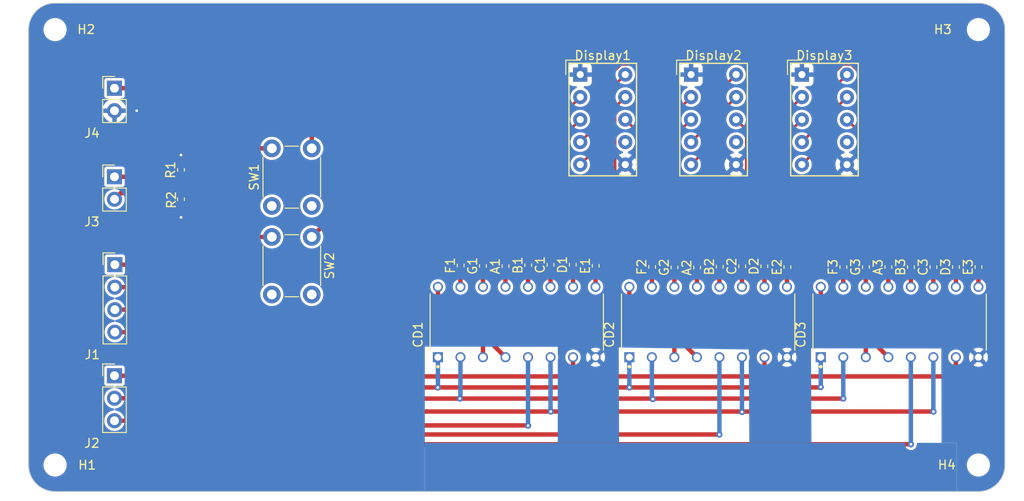
<source format=kicad_pcb>
(kicad_pcb (version 20221018) (generator pcbnew)
  (layers (0 "F.Cu" signal) (31 "B.Cu" power) (34 "B.Paste" user) (35 "F.Paste" user) (36 "B.SilkS" user "B.Silkscreen") (37 "F.SilkS" user "F.Silkscreen") (38 "B.Mask" user) (39 "F.Mask" user) (44 "Edge.Cuts" user))
  (net 0 "")
  (net 1 "GND")
  (net 2 "Net-(Display1-F)")
  (net 3 "Net-(Display1-G)")
  (net 4 "Net-(Display1-E)")
  (net 5 "Net-(Display1-D)")
  (net 7 "Net-(Display1-C)")
  (net 8 "Net-(Display1-B)")
  (net 9 "Net-(Display1-A)")
  (net 10 "Net-(Display2-F)")
  (net 11 "Net-(Display2-G)")
  (net 12 "Net-(Display2-E)")
  (net 13 "Net-(Display2-D)")
  (net 15 "Net-(Display2-C)")
  (net 16 "Net-(Display2-B)")
  (net 17 "Net-(Display2-A)")
  (net 18 "Net-(Display3-F)")
  (net 19 "Net-(Display3-G)")
  (net 20 "Net-(Display3-E)")
  (net 21 "Net-(Display3-D)")
  (net 23 "Net-(Display3-C)")
  (net 24 "Net-(Display3-B)")
  (net 25 "Net-(Display3-A)")
  (net 26 "Net-(CD1-Qa)")
  (net 27 "Net-(CD2-Qa)")
  (net 28 "Net-(CD3-Qa)")
  (net 29 "Net-(CD1-Qb)")
  (net 30 "Net-(CD2-Qb)")
  (net 31 "Net-(CD3-Qb)")
  (net 32 "Net-(CD1-Qc)")
  (net 33 "Net-(CD2-Qc)")
  (net 34 "Net-(CD3-Qc)")
  (net 35 "Net-(CD1-DB)")
  (net 36 "Net-(CD1-DC)")
  (net 37 "+5V")
  (net 38 "Net-(CD1-~{EL})")
  (net 39 "Net-(CD1-DD)")
  (net 40 "Net-(CD1-DA)")
  (net 41 "Net-(CD1-Qe)")
  (net 42 "Net-(CD1-Qd)")
  (net 43 "Net-(CD1-Qg)")
  (net 44 "Net-(CD1-Qf)")
  (net 45 "Net-(CD2-~{EL})")
  (net 46 "Net-(CD2-Qe)")
  (net 47 "Net-(CD2-Qd)")
  (net 48 "Net-(CD2-Qg)")
  (net 49 "Net-(CD2-Qf)")
  (net 50 "Net-(CD3-~{EL})")
  (net 51 "Net-(CD3-Qe)")
  (net 52 "Net-(CD3-Qd)")
  (net 53 "Net-(CD3-Qg)")
  (net 54 "Net-(CD3-Qf)")
  (net 55 "Net-(J3-Pin_1)")
  (net 56 "Net-(J3-Pin_2)")
  (footprint "MountingHole:MountingHole_2.1mm" (layer "F.Cu") (at 154.94 53.34)
    (fp_text reference "H3")
    (fp_text value "MountingHole")
  )
  (footprint "Resistor_SMD:R_0402_1005Metric" (layer "F.Cu") (at 99.056118 80.027042 90)
    (fp_text reference "G1")
    (fp_text value "510Ω")
  )
  (footprint "Resistor_SMD:R_0402_1005Metric" (layer "F.Cu") (at 106.679181 79.897801 90)
    (fp_text reference "C1")
    (fp_text value "510Ω")
  )
  (footprint "Button_Switch_THT:SW_PUSH_6mm" (layer "F.Cu") (at 79.75 76.75 -90)
    (fp_text reference "SW2")
    (fp_text value "SW_Push")
  )
  (footprint "Connector_PinHeader_2.54mm:PinHeader_1x02_P2.54mm_Vertical" (layer "F.Cu") (at 57.5 69.96)
    (fp_text reference "J3")
    (fp_text value "Buttons1&2")
  )
  (footprint "Resistor_SMD:R_0402_1005Metric" (layer "F.Cu") (at 65 72.5 -90)
    (fp_text reference "R2")
    (fp_text value "10kΩ")
  )
  (footprint "CD4511BE_2:DIP794W45P254L1969H508Q16" (layer "F.Cu") (at 102.87 86.36 90)
    (fp_text reference "CD1")
    (fp_text value "4511")
  )
  (footprint "Display_7Segment:HDSP-7401" (layer "F.Cu") (at 110.0325 58.42)
    (fp_text reference "Display1")
    (fp_text value "HDSP-7403")
  )
  (footprint "Resistor_SMD:R_0402_1005Metric" (layer "F.Cu") (at 125.767425 80.109603 90)
    (fp_text reference "B2")
    (fp_text value "510Ω")
  )
  (footprint "Resistor_SMD:R_0402_1005Metric" (layer "F.Cu") (at 104.163846 79.938978 90)
    (fp_text reference "B1")
    (fp_text value "510Ω")
  )
  (footprint "Connector_PinHeader_2.54mm:PinHeader_1x02_P2.54mm_Vertical" (layer "F.Cu") (at 57.5 59.96)
    (fp_text reference "J4")
    (fp_text value "~")
  )
  (footprint "Display_7Segment:HDSP-7401" (layer "F.Cu") (at 135.0325 58.42)
    (fp_text reference "Display3")
    (fp_text value "HDSP-7403")
  )
  (footprint "Resistor_SMD:R_0402_1005Metric" (layer "F.Cu") (at 144.788373 80.152536 90)
    (fp_text reference "A3")
    (fp_text value "510Ω")
  )
  (footprint "Resistor_SMD:R_0402_1005Metric" (layer "F.Cu") (at 149.868373 80.152536 90)
    (fp_text reference "C3")
    (fp_text value "510Ω")
  )
  (footprint "Resistor_SMD:R_0402_1005Metric" (layer "F.Cu") (at 65 69.177851 90)
    (fp_text reference "R1")
    (fp_text value "10kΩ")
  )
  (footprint "CD4511BE_2:DIP794W45P254L1969H508Q16" (layer "F.Cu") (at 124.46 86.36 90)
    (fp_text reference "CD2")
    (fp_text value "4511")
  )
  (footprint "MountingHole:MountingHole_2.1mm" (layer "F.Cu") (at 50.8 102.5)
    (fp_text reference "H1")
    (fp_text value "MountingHole")
  )
  (footprint "Resistor_SMD:R_0402_1005Metric" (layer "F.Cu") (at 118.138857 80.134371 90)
    (fp_text reference "F2")
    (fp_text value "510Ω")
  )
  (footprint "MountingHole:MountingHole_2.1mm" (layer "F.Cu") (at 50.8 53.34)
    (fp_text reference "H2")
    (fp_text value "MountingHole")
  )
  (footprint "Resistor_SMD:R_0402_1005Metric" (layer "F.Cu") (at 139.708373 80.152536 90)
    (fp_text reference "F3")
    (fp_text value "510Ω")
  )
  (footprint "Display_7Segment:HDSP-7401" (layer "F.Cu") (at 122.5325 58.42)
    (fp_text reference "Display2")
    (fp_text value "HDSP-7403")
  )
  (footprint "Resistor_SMD:R_0402_1005Metric" (layer "F.Cu") (at 142.248373 80.152536 90)
    (fp_text reference "G3")
    (fp_text value "510Ω")
  )
  (footprint "Connector_PinHeader_2.54mm:PinHeader_1x04_P2.54mm_Vertical" (layer "F.Cu") (at 57.54 79.88)
    (fp_text reference "J1")
    (fp_text value "Display bits")
  )
  (footprint "MountingHole:MountingHole_2.1mm" (layer "F.Cu") (at 154.94 102.5)
    (fp_text reference "H4")
    (fp_text value "MountingHole")
  )
  (footprint "Resistor_SMD:R_0402_1005Metric" (layer "F.Cu") (at 96.546286 79.975749 90)
    (fp_text reference "F1")
    (fp_text value "510Ω")
  )
  (footprint "Resistor_SMD:R_0402_1005Metric" (layer "F.Cu") (at 133.395992 80.159139 90)
    (fp_text reference "E2")
    (fp_text value "510Ω")
  )
  (footprint "Resistor_SMD:R_0402_1005Metric" (layer "F.Cu") (at 130.795344 80.060067 90)
    (fp_text reference "D2")
    (fp_text value "510Ω")
  )
  (footprint "Connector_PinHeader_2.54mm:PinHeader_1x03_P2.54mm_Vertical" (layer "F.Cu") (at 57.5 92.42)
    (fp_text reference "J2")
    (fp_text value "Display Locks")
  )
  (footprint "Resistor_SMD:R_0402_1005Metric" (layer "F.Cu") (at 109.188805 79.887685 90)
    (fp_text reference "D1")
    (fp_text value "510Ω")
  )
  (footprint "Resistor_SMD:R_0402_1005Metric" (layer "F.Cu") (at 123.216313 80.208675 90)
    (fp_text reference "A2")
    (fp_text value "510Ω")
  )
  (footprint "Resistor_SMD:R_0402_1005Metric" (layer "F.Cu") (at 120.665201 80.183907 90)
    (fp_text reference "G2")
    (fp_text value "510Ω")
  )
  (footprint "Resistor_SMD:R_0402_1005Metric" (layer "F.Cu") (at 147.328373 80.152536 90)
    (fp_text reference "B3")
    (fp_text value "510Ω")
  )
  (footprint "Resistor_SMD:R_0402_1005Metric" (layer "F.Cu") (at 152.408373 80.152536 90)
    (fp_text reference "D3")
    (fp_text value "510Ω")
  )
  (footprint "Button_Switch_THT:SW_PUSH_6mm" (layer "F.Cu") (at 75.25 73.25 90)
    (fp_text reference "SW1")
    (fp_text value "SW_Push")
  )
  (footprint "CD4511BE_2:DIP794W45P254L1969H508Q16" (layer "F.Cu") (at 146.05 86.36 90)
    (fp_text reference "CD3")
    (fp_text value "4511")
  )
  (footprint "Resistor_SMD:R_0402_1005Metric" (layer "F.Cu") (at 101.609982 80.049058 90)
    (fp_text reference "A1")
    (fp_text value "510Ω")
  )
  (footprint "Resistor_SMD:R_0402_1005Metric" (layer "F.Cu") (at 154.948373 80.152536 90)
    (fp_text reference "E3")
    (fp_text value "510Ω")
  )
  (footprint "Resistor_SMD:R_0402_1005Metric" (layer "F.Cu") (at 128.293769 80.060067 90)
    (fp_text reference "C2")
    (fp_text value "510Ω")
  )
  (footprint "Resistor_SMD:R_0402_1005Metric" (layer "F.Cu") (at 111.773461 80.01053 90)
    (fp_text reference "E1")
    (fp_text value "510Ω")
  )
  (gr_arc (start 157.94 102.5) (mid 157.06132 104.62132) (end 154.94 105.5) (stroke (width 0.1)) (layer "Edge.Cuts"))
  (gr_line (start 157.94 53.34) (end 157.94 102.5) (stroke (width 0.1)) (layer "Edge.Cuts"))
  (gr_line (start 50.8 105.5) (end 154.94 105.5) (stroke (width 0.1)) (layer "Edge.Cuts"))
  (gr_arc (start 47.8 53.34) (mid 48.67868 51.21868) (end 50.8 50.34) (stroke (width 0.1)) (layer "Edge.Cuts"))
  (gr_line (start 47.8 102.5) (end 47.8 53.34) (stroke (width 0.1)) (layer "Edge.Cuts"))
  (gr_arc (start 50.8 105.5) (mid 48.67868 104.62132) (end 47.8 102.5) (stroke (width 0.1)) (layer "Edge.Cuts"))
  (gr_line (start 154.94 50.34) (end 50.8 50.34) (stroke (width 0.1)) (layer "Edge.Cuts"))
  (gr_arc (start 154.94 50.34) (mid 157.06132 51.21868) (end 157.94 53.34) (stroke (width 0.1)) (layer "Edge.Cuts"))
  (segment (start 65 73.01) (end 65 74.535364) (width 0.5) (layer "F.Cu") (net 1))
  (segment (start 65 74.535364) (end 65.012906 74.54827) (width 0.5) (layer "F.Cu") (net 1))
  (segment (start 65 68.667851) (end 65 67.5) (width 0.5) (layer "F.Cu") (net 1))
  (segment (start 57.5 62.5) (end 60 62.5) (width 0.5) (layer "F.Cu") (net 1))
  (via (at 60 62.5) (size 0.7) (drill 0.3) (layers "F.Cu" "B.Cu") (net 1))
  (via (at 65.012906 74.54827) (size 0.7) (drill 0.3) (layers "F.Cu" "B.Cu") (net 1))
  (via (at 65 67.5) (size 0.7) (drill 0.3) (layers "F.Cu" "B.Cu") (net 1))
  (segment (start 96.546286 79.465749) (end 105 71.012036) (width 0.3) (layer "F.Cu") (net 2))
  (segment (start 105 71.012036) (end 105 65.9925) (width 0.3) (layer "F.Cu") (net 2))
  (segment (start 105 65.9925) (end 110.0325 60.96) (width 0.3) (layer "F.Cu") (net 2))
  (segment (start 107.5 71.07316) (end 107.5 66.0325) (width 0.3) (layer "F.Cu") (net 3))
  (segment (start 107.5 66.0325) (end 110.0325 63.5) (width 0.3) (layer "F.Cu") (net 3))
  (segment (start 99.056118 79.517042) (end 107.5 71.07316) (width 0.3) (layer "F.Cu") (net 3))
  (segment (start 111.773461 79.50053) (end 118 73.273991) (width 0.3) (layer "F.Cu") (net 4))
  (segment (start 112.400193 63.672307) (end 110.0325 66.04) (width 0.3) (layer "F.Cu") (net 4))
  (segment (start 117.31826 56.77) (end 113.23 56.77) (width 0.3) (layer "F.Cu") (net 4))
  (segment (start 112.400193 57.599807) (end 112.400193 63.672307) (width 0.3) (layer "F.Cu") (net 4))
  (segment (start 118 73.273991) (end 118 57.451739) (width 0.3) (layer "F.Cu") (net 4))
  (segment (start 118 57.451739) (end 117.31826 56.77) (width 0.3) (layer "F.Cu") (net 4))
  (segment (start 113.23 56.77) (end 112.400193 57.599807) (width 0.3) (layer "F.Cu") (net 4))
  (segment (start 112.900193 59.005961) (end 112.900193 65.712307) (width 0.3) (layer "F.Cu") (net 5))
  (segment (start 117.5 71.438924) (end 117.5 57.658846) (width 0.3) (layer "F.Cu") (net 5))
  (segment (start 109.188805 79.377685) (end 109.561239 79.377685) (width 0.3) (layer "F.Cu") (net 5))
  (segment (start 117.111154 57.27) (end 114.636154 57.27) (width 0.3) (layer "F.Cu") (net 5))
  (segment (start 117.5 57.658846) (end 117.111154 57.27) (width 0.3) (layer "F.Cu") (net 5))
  (segment (start 114.636154 57.27) (end 112.900193 59.005961) (width 0.3) (layer "F.Cu") (net 5))
  (segment (start 109.561239 79.377685) (end 117.5 71.438924) (width 0.3) (layer "F.Cu") (net 5))
  (segment (start 112.900193 65.712307) (end 110.0325 68.58) (width 0.3) (layer "F.Cu") (net 5))
  (segment (start 116.471754 64.859254) (end 115.1125 63.5) (width 0.3) (layer "F.Cu") (net 7))
  (segment (start 116.471754 71.760064) (end 116.471754 64.859254) (width 0.3) (layer "F.Cu") (net 7))
  (segment (start 115.419015 72.812803) (end 116.471754 71.760064) (width 0.3) (layer "F.Cu") (net 7))
  (segment (start 113.254179 72.812803) (end 115.419015 72.812803) (width 0.3) (layer "F.Cu") (net 7))
  (segment (start 106.679181 79.387801) (end 113.254179 72.812803) (width 0.3) (layer "F.Cu") (net 7))
  (segment (start 113.9625 62.11) (end 115.1125 60.96) (width 0.3) (layer "F.Cu") (net 8))
  (segment (start 113.9625 69.630324) (end 113.9625 62.11) (width 0.3) (layer "F.Cu") (net 8))
  (segment (start 104.163846 79.428978) (end 113.9625 69.630324) (width 0.3) (layer "F.Cu") (net 8))
  (segment (start 101.609982 79.539058) (end 113.4625 67.68654) (width 0.3) (layer "F.Cu") (net 9))
  (segment (start 113.4625 67.68654) (end 113.4625 60.07) (width 0.3) (layer "F.Cu") (net 9))
  (segment (start 113.4625 60.07) (end 115.1125 58.42) (width 0.3) (layer "F.Cu") (net 9))
  (segment (start 118.138857 79.624371) (end 120 77.763228) (width 0.3) (layer "F.Cu") (net 10))
  (segment (start 122.5325 60.96) (end 120 63.4925) (width 0.3) (layer "F.Cu") (net 10))
  (segment (start 120 63.4925) (end 120 77.763228) (width 0.3) (layer "F.Cu") (net 10))
  (segment (start 120.665201 65.367299) (end 122.5325 63.5) (width 0.3) (layer "F.Cu") (net 11))
  (segment (start 120.665201 79.673907) (end 120.665201 65.367299) (width 0.3) (layer "F.Cu") (net 11))
  (segment (start 124.534319 64.038181) (end 122.5325 66.04) (width 0.3) (layer "F.Cu") (net 12))
  (segment (start 133.395992 79.649139) (end 129.822475 76.075622) (width 0.3) (layer "F.Cu") (net 12))
  (segment (start 129.822475 76.075622) (end 129.822475 56.615368) (width 0.3) (layer "F.Cu") (net 12))
  (segment (start 125.470419 56.322475) (end 124.534319 57.258575) (width 0.3) (layer "F.Cu") (net 12))
  (segment (start 124.534319 57.258575) (end 124.534319 64.038181) (width 0.3) (layer "F.Cu") (net 12))
  (segment (start 129.822475 56.615368) (end 129.529582 56.322475) (width 0.3) (layer "F.Cu") (net 12))
  (segment (start 129.529582 56.322475) (end 125.470419 56.322475) (width 0.3) (layer "F.Cu") (net 12))
  (segment (start 125.774143 56.822475) (end 125.096618 57.5) (width 0.3) (layer "F.Cu") (net 13))
  (segment (start 129.322475 56.822475) (end 125.774143 56.822475) (width 0.3) (layer "F.Cu") (net 13))
  (segment (start 122.5325 68.58) (end 125.096618 66.015882) (width 0.3) (layer "F.Cu") (net 13))
  (segment (start 125.096618 66.015882) (end 125.096618 57.5) (width 0.3) (layer "F.Cu") (net 13))
  (segment (start 125.096618 57.5) (end 125.096618 57.403382) (width 0.3) (layer "F.Cu") (net 13))
  (segment (start 130.795344 79.550067) (end 129.322475 78.077198) (width 0.3) (layer "F.Cu") (net 13))
  (segment (start 129.322475 78.077198) (end 129.322475 56.822475) (width 0.3) (layer "F.Cu") (net 13))
  (segment (start 128.7625 64.65) (end 127.6125 63.5) (width 0.3) (layer "F.Cu") (net 15))
  (segment (start 128.293769 79.550067) (end 128.7625 79.081336) (width 0.3) (layer "F.Cu") (net 15))
  (segment (start 128.7625 79.081336) (end 128.7625 64.65) (width 0.3) (layer "F.Cu") (net 15))
  (segment (start 126.122654 77.499441) (end 126.122654 62.449846) (width 0.3) (layer "F.Cu") (net 16))
  (segment (start 125.767425 77.854669) (end 126.122654 77.499441) (width 0.3) (layer "F.Cu") (net 16))
  (segment (start 126.122654 62.449846) (end 127.6125 60.96) (width 0.3) (layer "F.Cu") (net 16))
  (segment (start 125.767425 79.599603) (end 125.767425 77.854669) (width 0.3) (layer "F.Cu") (net 16))
  (segment (start 125.622654 60.409846) (end 125.622654 77.292334) (width 0.3) (layer "F.Cu") (net 17))
  (segment (start 127.6125 58.42) (end 125.622654 60.409846) (width 0.3) (layer "F.Cu") (net 17))
  (segment (start 125.622654 77.292334) (end 123.216313 79.698675) (width 0.3) (layer "F.Cu") (net 17))
  (segment (start 137.565837 77.5) (end 135 77.5) (width 0.3) (layer "F.Cu") (net 18))
  (segment (start 132.856128 63.136372) (end 132.856128 75.356129) (width 0.3) (layer "F.Cu") (net 18))
  (segment (start 132.856128 75.356129) (end 135 77.5) (width 0.3) (layer "F.Cu") (net 18))
  (segment (start 139.708373 79.642536) (end 137.565837 77.5) (width 0.3) (layer "F.Cu") (net 18))
  (segment (start 135.0325 60.96) (end 132.856128 63.136372) (width 0.3) (layer "F.Cu") (net 18))
  (segment (start 133.356128 75.149022) (end 133.356128 65.176372) (width 0.3) (layer "F.Cu") (net 19))
  (segment (start 133.356128 65.176372) (end 135.0325 63.5) (width 0.3) (layer "F.Cu") (net 19))
  (segment (start 142.248373 79.642536) (end 139.440241 76.834404) (width 0.3) (layer "F.Cu") (net 19))
  (segment (start 135.04151 76.834404) (end 133.356128 75.149022) (width 0.3) (layer "F.Cu") (net 19))
  (segment (start 139.440241 76.834404) (end 135.04151 76.834404) (width 0.3) (layer "F.Cu") (net 19))
  (segment (start 139.429048 56.77) (end 136.97557 59.223478) (width 0.3) (layer "F.Cu") (net 20))
  (segment (start 143.207106 59.181154) (end 140.795952 56.77) (width 0.3) (layer "F.Cu") (net 20))
  (segment (start 140.795952 56.77) (end 139.429048 56.77) (width 0.3) (layer "F.Cu") (net 20))
  (segment (start 136.97557 64.09693) (end 136.97557 62.5) (width 0.3) (layer "F.Cu") (net 20))
  (segment (start 152.908373 74.701267) (end 143.207106 65) (width 0.3) (layer "F.Cu") (net 20))
  (segment (start 135.0325 66.04) (end 136.97557 64.09693) (width 0.3) (layer "F.Cu") (net 20))
  (segment (start 154.948373 79.642536) (end 152.908373 77.602536) (width 0.3) (layer "F.Cu") (net 20))
  (segment (start 136.97557 59.223478) (end 136.97557 62.5) (width 0.3) (layer "F.Cu") (net 20))
  (segment (start 152.908373 77.602536) (end 152.908373 74.701267) (width 0.3) (layer "F.Cu") (net 20))
  (segment (start 143.207106 65) (end 143.207106 59.181154) (width 0.3) (layer "F.Cu") (net 20))
  (segment (start 137.47557 59.430584) (end 137.47557 65) (width 0.3) (layer "F.Cu") (net 21))
  (segment (start 142.5 59.181154) (end 140.588846 57.27) (width 0.3) (layer "F.Cu") (net 21))
  (segment (start 152.408373 74.908373) (end 142.5 65) (width 0.3) (layer "F.Cu") (net 21))
  (segment (start 139.636154 57.27) (end 137.47557 59.430584) (width 0.3) (layer "F.Cu") (net 21))
  (segment (start 137.47557 66.13693) (end 137.47557 65) (width 0.3) (layer "F.Cu") (net 21))
  (segment (start 152.408373 79.642536) (end 152.408373 74.908373) (width 0.3) (layer "F.Cu") (net 21))
  (segment (start 140.588846 57.27) (end 139.636154 57.27) (width 0.3) (layer "F.Cu") (net 21))
  (segment (start 142.5 65) (end 142.5 59.181154) (width 0.3) (layer "F.Cu") (net 21))
  (segment (start 135.0325 68.58) (end 137.47557 66.13693) (width 0.3) (layer "F.Cu") (net 21))
  (segment (start 149.868373 79.642536) (end 149.868373 73.255873) (width 0.3) (layer "F.Cu") (net 23))
  (segment (start 149.868373 73.255873) (end 140.1125 63.5) (width 0.3) (layer "F.Cu") (net 23))
  (segment (start 140.789367 73.10353) (end 138.928562 73.10353) (width 0.3) (layer "F.Cu") (net 24))
  (segment (start 138.47557 62.59693) (end 140.1125 60.96) (width 0.3) (layer "F.Cu") (net 24))
  (segment (start 138.47557 72.650538) (end 138.47557 62.59693) (width 0.3) (layer "F.Cu") (net 24))
  (segment (start 147.328373 79.642536) (end 140.789367 73.10353) (width 0.3) (layer "F.Cu") (net 24))
  (segment (start 138.928562 73.10353) (end 138.47557 72.650538) (width 0.3) (layer "F.Cu") (net 24))
  (segment (start 140.1125 58.42) (end 137.97557 60.55693) (width 0.3) (layer "F.Cu") (net 25))
  (segment (start 137.97557 60.55693) (end 137.97557 72.857645) (width 0.3) (layer "F.Cu") (net 25))
  (segment (start 137.97557 72.857645) (end 140.117925 75) (width 0.3) (layer "F.Cu") (net 25))
  (segment (start 140.117925 75) (end 140.145837 75) (width 0.3) (layer "F.Cu") (net 25))
  (segment (start 144.788373 79.642536) (end 140.145837 75) (width 0.3) (layer "F.Cu") (net 25))
  (segment (start 101.6 80.56904) (end 101.609982 80.559058) (width 0.5) (layer "F.Cu") (net 26))
  (segment (start 101.6 82.39) (end 101.6 80.56904) (width 0.5) (layer "F.Cu") (net 26))
  (segment (start 123.19 80.744988) (end 123.216313 80.718675) (width 0.5) (layer "F.Cu") (net 27))
  (segment (start 123.19 82.39) (end 123.19 80.744988) (width 0.5) (layer "F.Cu") (net 27))
  (segment (start 144.78 80.670909) (end 144.788373 80.662536) (width 0.5) (layer "F.Cu") (net 28))
  (segment (start 144.78 82.39) (end 144.78 80.670909) (width 0.5) (layer "F.Cu") (net 28))
  (segment (start 104.14 80.472824) (end 104.163846 80.448978) (width 0.5) (layer "F.Cu") (net 29))
  (segment (start 104.14 82.39) (end 104.14 80.472824) (width 0.5) (layer "F.Cu") (net 29))
  (segment (start 125.73 80.657028) (end 125.767425 80.619603) (width 0.5) (layer "F.Cu") (net 30))
  (segment (start 125.73 82.39) (end 125.73 80.657028) (width 0.5) (layer "F.Cu") (net 30))
  (segment (start 147.32 82.39) (end 147.32 80.670909) (width 0.5) (layer "F.Cu") (net 31))
  (segment (start 147.32 80.670909) (end 147.328373 80.662536) (width 0.5) (layer "F.Cu") (net 31))
  (segment (start 106.68 82.39) (end 106.68 80.40862) (width 0.5) (layer "F.Cu") (net 32))
  (segment (start 106.68 80.40862) (end 106.679181 80.407801) (width 0.5) (layer "F.Cu") (net 32))
  (segment (start 128.27 80.593836) (end 128.293769 80.570067) (width 0.5) (layer "F.Cu") (net 33))
  (segment (start 128.27 82.39) (end 128.27 80.593836) (width 0.5) (layer "F.Cu") (net 33))
  (segment (start 149.86 80.670909) (end 149.868373 80.662536) (width 0.5) (layer "F.Cu") (net 34))
  (segment (start 149.86 82.39) (end 149.86 80.670909) (width 0.5) (layer "F.Cu") (net 34))
  (segment (start 115.586613 93.740959) (end 137.110872 93.740959) (width 0.5) (layer "F.Cu") (net 35))
  (segment (start 92.595494 93.740959) (end 93.960371 93.740959) (width 0.5) (layer "F.Cu") (net 35))
  (segment (start 93.960371 93.740959) (end 93.967476 93.748064) (width 0.5) (layer "F.Cu") (net 35))
  (segment (start 73.740959 93.740959) (end 62.42 82.42) (width 0.5) (layer "F.Cu") (net 35))
  (segment (start 115.584682 93.739028) (end 115.586613 93.740959) (width 0.5) (layer "F.Cu") (net 35))
  (segment (start 137.110872 93.740959) (end 137.151523 93.700308) (width 0.5) (layer "F.Cu") (net 35))
  (segment (start 93.967476 93.748064) (end 93.974581 93.740959) (width 0.5) (layer "F.Cu") (net 35))
  (segment (start 92.595494 93.740959) (end 73.740959 93.740959) (width 0.5) (layer "F.Cu") (net 35))
  (segment (start 62.42 82.42) (end 57.54 82.42) (width 0.5) (layer "F.Cu") (net 35))
  (segment (start 93.974581 93.740959) (end 115.582751 93.740959) (width 0.5) (layer "F.Cu") (net 35))
  (segment (start 137.151523 93.700308) (end 137.192174 93.740959) (width 0.5) (layer "F.Cu") (net 35))
  (segment (start 115.582751 93.740959) (end 115.584682 93.739028) (width 0.5) (layer "F.Cu") (net 35))
  (via (at 115.584682 93.739028) (size 0.7) (drill 0.3) (layers "F.Cu" "B.Cu") (net 35))
  (via (at 137.151523 93.700308) (size 0.7) (drill 0.3) (layers "F.Cu" "B.Cu") (net 35))
  (via (at 93.967476 93.748064) (size 0.7) (drill 0.3) (layers "F.Cu" "B.Cu") (net 35))
  (segment (start 137.16 90.33) (end 137.16 93.691831) (width 0.5) (layer "B.Cu") (net 35))
  (segment (start 137.16 93.691831) (end 137.151523 93.700308) (width 0.5) (layer "B.Cu") (net 35))
  (segment (start 115.57 90.33) (end 115.57 93.724346) (width 0.5) (layer "B.Cu") (net 35))
  (segment (start 93.98 90.33) (end 93.98 93.73554) (width 0.5) (layer "B.Cu") (net 35))
  (segment (start 115.57 93.724346) (end 115.584682 93.739028) (width 0.5) (layer "B.Cu") (net 35))
  (segment (start 93.98 93.73554) (end 93.967476 93.748064) (width 0.5) (layer "B.Cu") (net 35))
  (segment (start 62.5 85) (end 72.5 95) (width 0.5) (layer "F.Cu") (net 36))
  (segment (start 92.5 95) (end 96.451985 95) (width 0.5) (layer "F.Cu") (net 36))
  (segment (start 118.159512 95) (end 118.215008 95.055496) (width 0.5) (layer "F.Cu") (net 36))
  (segment (start 118.215008 95.055496) (end 118.270504 95) (width 0.5) (layer "F.Cu") (net 36))
  (segment (start 139.701826 95) (end 139.70441 94.997416) (width 0.5) (layer "F.Cu") (net 36))
  (segment (start 57.54 84.96) (end 62.46 84.96) (width 0.5) (layer "F.Cu") (net 36))
  (segment (start 96.457153 95) (end 118.159512 95) (width 0.5) (layer "F.Cu") (net 36))
  (segment (start 118.270504 95) (end 139.701826 95) (width 0.5) (layer "F.Cu") (net 36))
  (segment (start 139.70441 94.997416) (end 139.706994 95) (width 0.5) (layer "F.Cu") (net 36))
  (segment (start 72.5 95) (end 92.5 95) (width 0.5) (layer "F.Cu") (net 36))
  (segment (start 62.46 84.96) (end 62.5 85) (width 0.5) (layer "F.Cu") (net 36))
  (segment (start 96.454569 94.997416) (end 96.457153 95) (width 0.5) (layer "F.Cu") (net 36))
  (segment (start 96.451985 95) (end 96.454569 94.997416) (width 0.5) (layer "F.Cu") (net 36))
  (via (at 96.454569 94.997416) (size 0.7) (drill 0.3) (layers "F.Cu" "B.Cu") (net 36))
  (via (at 139.70441 94.997416) (size 0.7) (drill 0.3) (layers "F.Cu" "B.Cu") (net 36))
  (via (at 118.215008 95.055496) (size 0.7) (drill 0.3) (layers "F.Cu" "B.Cu") (net 36))
  (segment (start 139.7 90.33) (end 139.7 94.993006) (width 0.5) (layer "B.Cu") (net 36))
  (segment (start 118.11 94.950488) (end 118.215008 95.055496) (width 0.5) (layer "B.Cu") (net 36))
  (segment (start 96.52 94.931985) (end 96.454569 94.997416) (width 0.5) (layer "B.Cu") (net 36))
  (segment (start 139.7 94.993006) (end 139.70441 94.997416) (width 0.5) (layer "B.Cu") (net 36))
  (segment (start 96.52 90.33) (end 96.52 94.931985) (width 0.5) (layer "B.Cu") (net 36))
  (segment (start 118.11 90.33) (end 118.11 94.950488) (width 0.5) (layer "B.Cu") (net 36))
  (segment (start 82.5 75) (end 92.5 85) (width 0.5) (layer "F.Cu") (net 37))
  (segment (start 93.993575 85) (end 92.5 85) (width 0.5) (layer "F.Cu") (net 37))
  (segment (start 98.135 86.865) (end 96.27 85) (width 0.5) (layer "F.Cu") (net 37))
  (segment (start 79.75 62.5) (end 77.21 59.96) (width 0.5) (layer "F.Cu") (net 37))
  (segment (start 110 85) (end 100 85) (width 0.5) (layer "F.Cu") (net 37))
  (segment (start 137.16 82.39) (end 137.16 84.984449) (width 0.5) (layer "F.Cu") (net 37))
  (segment (start 142.24 87.79) (end 142.225 87.775) (width 0.5) (layer "F.Cu") (net 37))
  (segment (start 115.57 84.987743) (end 115.582257 85) (width 0.5) (layer "F.Cu") (net 37))
  (segment (start 93.98 84.986425) (end 93.993575 85) (width 0.5) (layer "F.Cu") (net 37))
  (segment (start 96.27 85) (end 95 85) (width 0.5) (layer "F.Cu") (net 37))
  (segment (start 134.55 85) (end 115 85) (width 0.5) (layer "F.Cu") (net 37))
  (segment (start 99.06 90.33) (end 99.06 87.79) (width 0.5) (layer "F.Cu") (net 37))
  (segment (start 142.24 90.33) (end 142.24 87.79) (width 0.5) (layer "F.Cu") (net 37))
  (segment (start 82.5 74) (end 82.5 65.25) (width 0.5) (layer "F.Cu") (net 37))
  (segment (start 137.16 84.984449) (end 137.175551 85) (width 0.5) (layer "F.Cu") (net 37))
  (segment (start 120.18 87.32) (end 117.86 85) (width 0.5) (layer "F.Cu") (net 37))
  (segment (start 101.6 90.33) (end 98.135 86.865) (width 0.5) (layer "F.Cu") (net 37))
  (segment (start 137.175551 85) (end 139.45 85) (width 0.5) (layer "F.Cu") (net 37))
  (segment (start 117.86 85) (end 115.582257 85) (width 0.5) (layer "F.Cu") (net 37))
  (segment (start 77.21 59.96) (end 57.5 59.96) (width 0.5) (layer "F.Cu") (net 37))
  (segment (start 123.19 90.33) (end 120.18 87.32) (width 0.5) (layer "F.Cu") (net 37))
  (segment (start 134.55 85) (end 137.175551 85) (width 0.5) (layer "F.Cu") (net 37))
  (segment (start 115.57 82.39) (end 115.57 84.987743) (width 0.5) (layer "F.Cu") (net 37))
  (segment (start 139.45 85) (end 142.225 87.775) (width 0.5) (layer "F.Cu") (net 37))
  (segment (start 93.98 82.39) (end 93.98 84.986425) (width 0.5) (layer "F.Cu") (net 37))
  (segment (start 79.75 76.75) (end 82.5 74) (width 0.5) (layer "F.Cu") (net 37))
  (segment (start 115.32 85) (end 110 85) (width 0.5) (layer "F.Cu") (net 37))
  (segment (start 95 85) (end 93.993575 85) (width 0.5) (layer "F.Cu") (net 37))
  (segment (start 120.65 87.79) (end 120.18 87.32) (width 0.5) (layer "F.Cu") (net 37))
  (segment (start 99.06 87.79) (end 98.135 86.865) (width 0.5) (layer "F.Cu") (net 37))
  (segment (start 115.582257 85) (end 115 85) (width 0.5) (layer "F.Cu") (net 37))
  (segment (start 79.75 66.75) (end 79.75 62.5) (width 0.5) (layer "F.Cu") (net 37))
  (segment (start 120.65 90.33) (end 120.65 87.79) (width 0.5) (layer "F.Cu") (net 37))
  (segment (start 100 85) (end 95 85) (width 0.5) (layer "F.Cu") (net 37))
  (segment (start 82.5 65.25) (end 79.75 62.5) (width 0.5) (layer "F.Cu") (net 37))
  (segment (start 115 85) (end 110 85) (width 0.5) (layer "F.Cu") (net 37))
  (segment (start 82.5 74) (end 82.5 75) (width 0.5) (layer "F.Cu") (net 37))
  (segment (start 142.225 87.775) (end 144.78 90.33) (width 0.5) (layer "F.Cu") (net 37))
  (segment (start 57.5 92.42) (end 62.42 92.42) (width 0.5) (layer "F.Cu") (net 38))
  (segment (start 104.121922 98.029168) (end 104.148167 98.055413) (width 0.5) (layer "F.Cu") (net 38))
  (segment (start 68.029168 98.029168) (end 104.121922 98.029168) (width 0.5) (layer "F.Cu") (net 38))
  (segment (start 62.42 92.42) (end 68.029168 98.029168) (width 0.5) (layer "F.Cu") (net 38))
  (via (at 104.148167 98.055413) (size 0.7) (drill 0.3) (layers "F.Cu" "B.Cu") (net 38))
  (segment (start 104.14 90.33) (end 104.14 98.047246) (width 0.5) (layer "B.Cu") (net 38))
  (segment (start 104.148167 98.055413) (end 104.14 98.06358) (width 0.5) (layer "B.Cu") (net 38))
  (segment (start 104.14 98.047246) (end 104.148167 98.055413) (width 0.5) (layer "B.Cu") (net 38))
  (segment (start 128.226945 96.463923) (end 128.273088 96.510066) (width 0.5) (layer "F.Cu") (net 39))
  (segment (start 106.703664 96.46231) (end 106.705277 96.463923) (width 0.5) (layer "F.Cu") (net 39))
  (segment (start 149.870934 96.466612) (end 149.873623 96.463923) (width 0.5) (layer "F.Cu") (net 39))
  (segment (start 128.273088 96.510066) (end 128.319231 96.463923) (width 0.5) (layer "F.Cu") (net 39))
  (segment (start 106.705277 96.463923) (end 128.226945 96.463923) (width 0.5) (layer "F.Cu") (net 39))
  (segment (start 106.702051 96.463923) (end 106.703664 96.46231) (width 0.5) (layer "F.Cu") (net 39))
  (segment (start 128.319231 96.463923) (end 149.868245 96.463923) (width 0.5) (layer "F.Cu") (net 39))
  (segment (start 149.868245 96.463923) (end 149.870934 96.466612) (width 0.5) (layer "F.Cu") (net 39))
  (segment (start 57.54 87.5) (end 62.5 87.5) (width 0.5) (layer "F.Cu") (net 39))
  (segment (start 62.5 87.5) (end 71.463923 96.463923) (width 0.5) (layer "F.Cu") (net 39))
  (segment (start 92.747463 96.463923) (end 106.702051 96.463923) (width 0.5) (layer "F.Cu") (net 39))
  (segment (start 71.463923 96.463923) (end 92.747463 96.463923) (width 0.5) (layer "F.Cu") (net 39))
  (via (at 128.273088 96.510066) (size 0.7) (drill 0.3) (layers "F.Cu" "B.Cu") (net 39))
  (via (at 149.870934 96.466612) (size 0.7) (drill 0.3) (layers "F.Cu" "B.Cu") (net 39))
  (via (at 106.703664 96.46231) (size 0.7) (drill 0.3) (layers "F.Cu" "B.Cu") (net 39))
  (segment (start 128.27 90.33) (end 128.27 96.506978) (width 0.5) (layer "B.Cu") (net 39))
  (segment (start 128.27 96.506978) (end 128.273088 96.510066) (width 0.5) (layer "B.Cu") (net 39))
  (segment (start 106.68 96.438646) (end 106.703664 96.46231) (width 0.5) (layer "B.Cu") (net 39))
  (segment (start 149.86 96.455678) (end 149.870934 96.466612) (width 0.5) (layer "B.Cu") (net 39))
  (segment (start 149.86 90.33) (end 149.86 96.455678) (width 0.5) (layer "B.Cu") (net 39))
  (segment (start 106.68 90.33) (end 106.68 96.438646) (width 0.5) (layer "B.Cu") (net 39))
  (segment (start 152.4 90.33) (end 152.4 92.4) (width 0.5) (layer "F.Cu") (net 40))
  (segment (start 62.38 79.88) (end 62.5 80) (width 0.5) (layer "F.Cu") (net 40))
  (segment (start 109.24755 92.5) (end 109.264326 92.516776) (width 0.5) (layer "F.Cu") (net 40))
  (segment (start 152.3 92.5) (end 130.814391 92.5) (width 0.5) (layer "F.Cu") (net 40))
  (segment (start 130.81 92.499223) (end 130.809223 92.5) (width 0.5) (layer "F.Cu") (net 40))
  (segment (start 57.54 79.88) (end 62.38 79.88) (width 0.5) (layer "F.Cu") (net 40))
  (segment (start 109.22 90.33) (end 109.22 92.47245) (width 0.5) (layer "F.Cu") (net 40))
  (segment (start 75 92.5) (end 92.5 92.5) (width 0.5) (layer "F.Cu") (net 40))
  (segment (start 130.811807 92.497416) (end 130.814391 92.5) (width 0.5) (layer "F.Cu") (net 40))
  (segment (start 130.809223 92.5) (end 130.811807 92.497416) (width 0.5) (layer "F.Cu") (net 40))
  (segment (start 130.81 90.33) (end 130.81 92.499223) (width 0.5) (layer "F.Cu") (net 40))
  (segment (start 152.4 92.4) (end 152.3 92.5) (width 0.5) (layer "F.Cu") (net 40))
  (segment (start 109.264326 92.516776) (end 109.281102 92.5) (width 0.5) (layer "F.Cu") (net 40))
  (segment (start 109.281102 92.5) (end 130.809223 92.5) (width 0.5) (layer "F.Cu") (net 40))
  (segment (start 62.5 80) (end 75 92.5) (width 0.5) (layer "F.Cu") (net 40))
  (segment (start 109.22 92.47245) (end 109.24755 92.5) (width 0.5) (layer "F.Cu") (net 40))
  (segment (start 92.5 92.5) (end 109.24755 92.5) (width 0.5) (layer "F.Cu") (net 40))
  (segment (start 111.76 80.533991) (end 111.773461 80.52053) (width 0.5) (layer "F.Cu") (net 41))
  (segment (start 111.76 82.39) (end 111.76 80.533991) (width 0.5) (layer "F.Cu") (net 41))
  (segment (start 109.22 82.39) (end 109.22 80.42888) (width 0.5) (layer "F.Cu") (net 42))
  (segment (start 109.22 80.42888) (end 109.188805 80.397685) (width 0.5) (layer "F.Cu") (net 42))
  (segment (start 99.06 80.540924) (end 99.056118 80.537042) (width 0.5) (layer "F.Cu") (net 43))
  (segment (start 99.06 82.39) (end 99.06 80.540924) (width 0.5) (layer "F.Cu") (net 43))
  (segment (start 96.52 82.39) (end 96.52 80.512035) (width 0.5) (layer "F.Cu") (net 44))
  (segment (start 96.52 80.512035) (end 96.546286 80.485749) (width 0.5) (layer "F.Cu") (net 44))
  (segment (start 62.46 94.96) (end 66.553951 99.053951) (width 0.5) (layer "F.Cu") (net 45))
  (segment (start 57.5 94.96) (end 62.46 94.96) (width 0.5) (layer "F.Cu") (net 45))
  (segment (start 66.553951 99.053951) (end 125.714593 99.053951) (width 0.5) (layer "F.Cu") (net 45))
  (segment (start 125.714593 99.053951) (end 125.722766 99.062124) (width 0.5) (layer "F.Cu") (net 45))
  (via (at 125.722766 99.062124) (size 0.7) (drill 0.3) (layers "F.Cu" "B.Cu") (net 45))
  (segment (start 125.73 90.33) (end 125.73 99.05489) (width 0.5) (layer "B.Cu") (net 45))
  (segment (start 125.73 99.05489) (end 125.722766 99.062124) (width 0.5) (layer "B.Cu") (net 45))
  (segment (start 125.722766 99.062124) (end 125.73 99.069358) (width 0.5) (layer "B.Cu") (net 45))
  (segment (start 133.35 82.39) (end 133.35 80.715131) (width 0.5) (layer "F.Cu") (net 46))
  (segment (start 133.35 80.715131) (end 133.395992 80.669139) (width 0.5) (layer "F.Cu") (net 46))
  (segment (start 130.81 82.39) (end 130.81 80.584723) (width 0.5) (layer "F.Cu") (net 47))
  (segment (start 130.81 80.584723) (end 130.795344 80.570067) (width 0.5) (layer "F.Cu") (net 47))
  (segment (start 120.65 82.39) (end 120.65 80.709108) (width 0.5) (layer "F.Cu") (net 48))
  (segment (start 120.65 80.709108) (end 120.665201 80.693907) (width 0.5) (layer "F.Cu") (net 48))
  (segment (start 118.11 82.39) (end 118.11 80.673228) (width 0.5) (layer "F.Cu") (net 49))
  (segment (start 118.11 80.673228) (end 118.138857 80.644371) (width 0.5) (layer "F.Cu") (net 49))
  (segment (start 147.327912 100.159612) (end 147.330063 100.157461) (width 0.5) (layer "F.Cu") (net 50))
  (segment (start 65.157461 100.157461) (end 92.809757 100.157461) (width 0.5) (layer "F.Cu") (net 50))
  (segment (start 62.5 97.5) (end 65.157461 100.157461) (width 0.5) (layer "F.Cu") (net 50))
  (segment (start 57.5 97.5) (end 62.5 97.5) (width 0.5) (layer "F.Cu") (net 50))
  (segment (start 92.809757 100.157461) (end 147.325761 100.157461) (width 0.5) (layer "F.Cu") (net 50))
  (segment (start 147.325761 100.157461) (end 147.327912 100.159612) (width 0.5) (layer "F.Cu") (net 50))
  (via (at 147.327912 100.159612) (size 0.7) (drill 0.3) (layers "F.Cu" "B.Cu") (net 50))
  (segment (start 147.32 90.33) (end 147.32 100.1517) (width 0.5) (layer "B.Cu") (net 50))
  (segment (start 147.32 100.1517) (end 147.327912 100.159612) (width 0.5) (layer "B.Cu") (net 50))
  (segment (start 154.94 80.670909) (end 154.948373 80.662536) (width 0.5) (layer "F.Cu") (net 51))
  (segment (start 154.94 82.39) (end 154.94 80.670909) (width 0.5) (layer "F.Cu") (net 51))
  (segment (start 152.4 80.670909) (end 152.408373 80.662536) (width 0.5) (layer "F.Cu") (net 52))
  (segment (start 152.4 82.39) (end 152.4 80.670909) (width 0.5) (layer "F.Cu") (net 52))
  (segment (start 142.24 82.39) (end 142.24 80.670909) (width 0.5) (layer "F.Cu") (net 53))
  (segment (start 142.24 80.670909) (end 142.248373 80.662536) (width 0.5) (layer "F.Cu") (net 53))
  (segment (start 139.7 82.39) (end 139.7 80.670909) (width 0.5) (layer "F.Cu") (net 54))
  (segment (start 139.7 80.670909) (end 139.708373 80.662536) (width 0.5) (layer "F.Cu") (net 54))
  (segment (start 69.96 69.96) (end 70 70) (width 0.5) (layer "F.Cu") (net 55))
  (segment (start 57.5 69.96) (end 69.96 69.96) (width 0.5) (layer "F.Cu") (net 55))
  (segment (start 70 70) (end 73.25 66.75) (width 0.5) (layer "F.Cu") (net 55))
  (segment (start 73.25 66.75) (end 75.25 66.75) (width 0.5) (layer "F.Cu") (net 55))
  (segment (start 58.2 71.8) (end 67.5 71.8) (width 0.5) (layer "F.Cu") (net 56))
  (segment (start 68.426225 71.8) (end 67.5 71.8) (width 0.5) (layer "F.Cu") (net 56))
  (segment (start 57.5 72.5) (end 58.2 71.8) (width 0.5) (layer "F.Cu") (net 56))
  (segment (start 75.25 76.75) (end 73.376225 76.75) (width 0.5) (layer "F.Cu") (net 56))
  (segment (start 73.376225 76.75) (end 68.426225 71.8) (width 0.5) (layer "F.Cu") (net 56))
  (zone (net 1) (net_name "GND") (layer "B.Cu") (priority 1) (connect_pads (clearance 0.3)) (min_thickness 0.25) (fill yes (thermal_gap 0.5) (thermal_bridge_width 0.5))
    (polygon (pts (xy 92.5 100) (xy 152.5 100) (xy 152.5 106.0423) (xy 92.5 106.056388)))
  )
  (zone (net 1) (net_name "GND") (layer "B.Cu") (connect_pads (clearance 0.3)) (min_thickness 0.25) (fill yes (thermal_gap 0.5) (thermal_bridge_width 0.5))
    (polygon (pts (xy 47.5 50) (xy 158.593186 50.009036) (xy 158.636815 106.122649) (xy 150.799696 106.098976) (xy 150.756842 89.343379) (xy 136.056815 89.328864) (xy 136.142521 105.870195) (xy 129.140861 105.84946) (xy 129.033728 89.458115) (xy 114.378629 89.228643) (xy 114.428394 106.085153) (xy 107.5 106.0423) (xy 107.5 89.157221) (xy 92.5 89.133484) (xy 92.5 106.056388) (xy 47.464052 106.056388)))
  )
)
</source>
